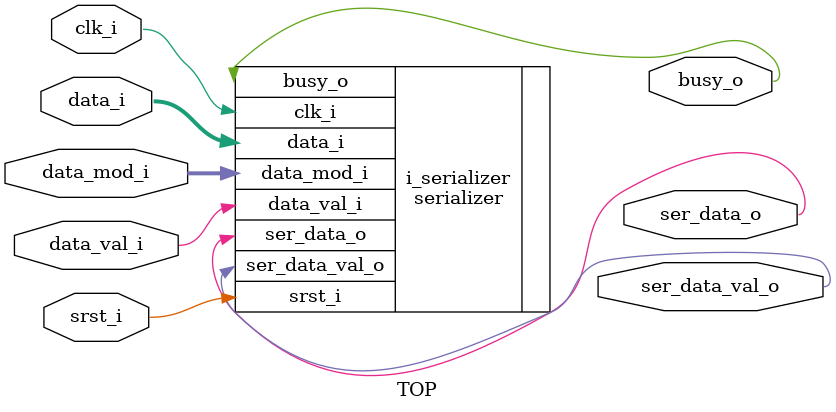
<source format=sv>
module TOP #(
	parameter WIDTH = 16
)(
	input  wire                    clk_i,
	input  wire                    srst_i,

	input  wire  [WIDTH-1:0]       data_i,
	input  wire  [$clog2(WIDTH):0] data_mod_i,
	input  wire                    data_val_i,

	output logic                   busy_o,
	output logic                   ser_data_o,
	output logic                   ser_data_val_o
);


serializer #(
	.WIDTH             ( WIDTH             )
) i_serializer (
	.clk_i             ( clk_i             ),
	.srst_i            ( srst_i            ),

	.data_i            ( data_i            ),
	.data_mod_i        ( data_mod_i        ),
	.data_val_i        ( data_val_i        ),

	.busy_o            ( busy_o            ),
	.ser_data_o        ( ser_data_o        ),
	.ser_data_val_o    ( ser_data_val_o    )
);


endmodule

</source>
